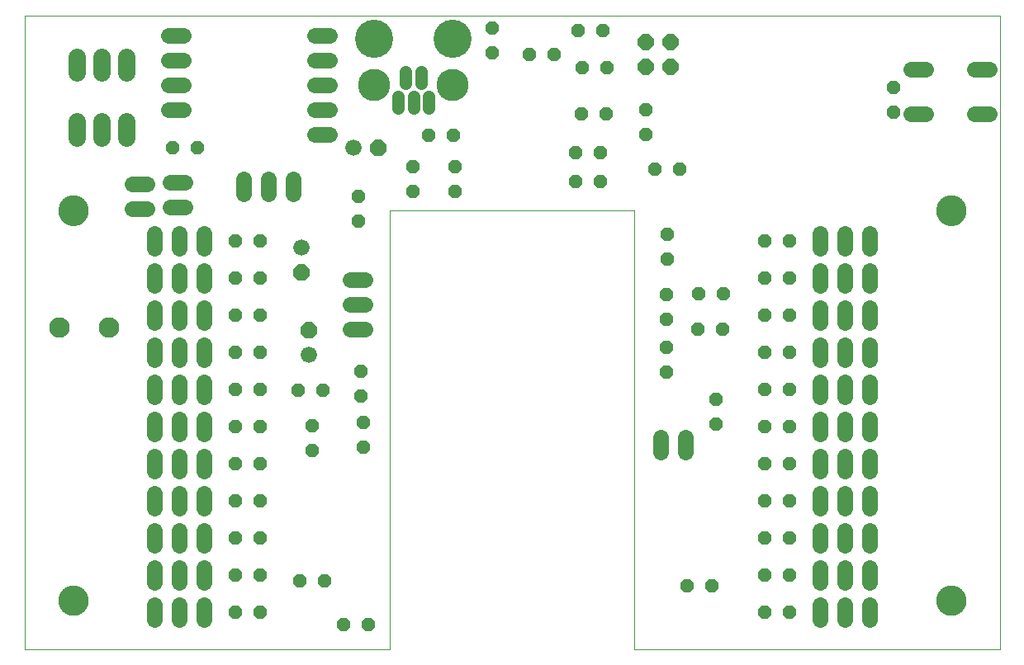
<source format=gbs>
G75*
%MOIN*%
%OFA0B0*%
%FSLAX25Y25*%
%IPPOS*%
%LPD*%
%AMOC8*
5,1,8,0,0,1.08239X$1,22.5*
%
%ADD10C,0.00000*%
%ADD11OC8,0.05600*%
%ADD12OC8,0.06600*%
%ADD13C,0.06600*%
%ADD14C,0.15400*%
%ADD15C,0.12998*%
%ADD16C,0.05156*%
%ADD17C,0.06400*%
%ADD18C,0.06896*%
%ADD19C,0.08274*%
%ADD20C,0.12211*%
%ADD21OC8,0.06400*%
D10*
X0004000Y0002257D02*
X0151638Y0002257D01*
X0151638Y0179423D01*
X0250063Y0179423D01*
X0250063Y0002257D01*
X0397701Y0002257D01*
X0397701Y0258163D01*
X0004000Y0258163D01*
X0004000Y0002257D01*
X0017779Y0021943D02*
X0017781Y0022096D01*
X0017787Y0022250D01*
X0017797Y0022403D01*
X0017811Y0022555D01*
X0017829Y0022708D01*
X0017851Y0022859D01*
X0017876Y0023010D01*
X0017906Y0023161D01*
X0017940Y0023311D01*
X0017977Y0023459D01*
X0018018Y0023607D01*
X0018063Y0023753D01*
X0018112Y0023899D01*
X0018165Y0024043D01*
X0018221Y0024185D01*
X0018281Y0024326D01*
X0018345Y0024466D01*
X0018412Y0024604D01*
X0018483Y0024740D01*
X0018558Y0024874D01*
X0018635Y0025006D01*
X0018717Y0025136D01*
X0018801Y0025264D01*
X0018889Y0025390D01*
X0018980Y0025513D01*
X0019074Y0025634D01*
X0019172Y0025752D01*
X0019272Y0025868D01*
X0019376Y0025981D01*
X0019482Y0026092D01*
X0019591Y0026200D01*
X0019703Y0026305D01*
X0019817Y0026406D01*
X0019935Y0026505D01*
X0020054Y0026601D01*
X0020176Y0026694D01*
X0020301Y0026783D01*
X0020428Y0026870D01*
X0020557Y0026952D01*
X0020688Y0027032D01*
X0020821Y0027108D01*
X0020956Y0027181D01*
X0021093Y0027250D01*
X0021232Y0027315D01*
X0021372Y0027377D01*
X0021514Y0027435D01*
X0021657Y0027490D01*
X0021802Y0027541D01*
X0021948Y0027588D01*
X0022095Y0027631D01*
X0022243Y0027670D01*
X0022392Y0027706D01*
X0022542Y0027737D01*
X0022693Y0027765D01*
X0022844Y0027789D01*
X0022997Y0027809D01*
X0023149Y0027825D01*
X0023302Y0027837D01*
X0023455Y0027845D01*
X0023608Y0027849D01*
X0023762Y0027849D01*
X0023915Y0027845D01*
X0024068Y0027837D01*
X0024221Y0027825D01*
X0024373Y0027809D01*
X0024526Y0027789D01*
X0024677Y0027765D01*
X0024828Y0027737D01*
X0024978Y0027706D01*
X0025127Y0027670D01*
X0025275Y0027631D01*
X0025422Y0027588D01*
X0025568Y0027541D01*
X0025713Y0027490D01*
X0025856Y0027435D01*
X0025998Y0027377D01*
X0026138Y0027315D01*
X0026277Y0027250D01*
X0026414Y0027181D01*
X0026549Y0027108D01*
X0026682Y0027032D01*
X0026813Y0026952D01*
X0026942Y0026870D01*
X0027069Y0026783D01*
X0027194Y0026694D01*
X0027316Y0026601D01*
X0027435Y0026505D01*
X0027553Y0026406D01*
X0027667Y0026305D01*
X0027779Y0026200D01*
X0027888Y0026092D01*
X0027994Y0025981D01*
X0028098Y0025868D01*
X0028198Y0025752D01*
X0028296Y0025634D01*
X0028390Y0025513D01*
X0028481Y0025390D01*
X0028569Y0025264D01*
X0028653Y0025136D01*
X0028735Y0025006D01*
X0028812Y0024874D01*
X0028887Y0024740D01*
X0028958Y0024604D01*
X0029025Y0024466D01*
X0029089Y0024326D01*
X0029149Y0024185D01*
X0029205Y0024043D01*
X0029258Y0023899D01*
X0029307Y0023753D01*
X0029352Y0023607D01*
X0029393Y0023459D01*
X0029430Y0023311D01*
X0029464Y0023161D01*
X0029494Y0023010D01*
X0029519Y0022859D01*
X0029541Y0022708D01*
X0029559Y0022555D01*
X0029573Y0022403D01*
X0029583Y0022250D01*
X0029589Y0022096D01*
X0029591Y0021943D01*
X0029589Y0021790D01*
X0029583Y0021636D01*
X0029573Y0021483D01*
X0029559Y0021331D01*
X0029541Y0021178D01*
X0029519Y0021027D01*
X0029494Y0020876D01*
X0029464Y0020725D01*
X0029430Y0020575D01*
X0029393Y0020427D01*
X0029352Y0020279D01*
X0029307Y0020133D01*
X0029258Y0019987D01*
X0029205Y0019843D01*
X0029149Y0019701D01*
X0029089Y0019560D01*
X0029025Y0019420D01*
X0028958Y0019282D01*
X0028887Y0019146D01*
X0028812Y0019012D01*
X0028735Y0018880D01*
X0028653Y0018750D01*
X0028569Y0018622D01*
X0028481Y0018496D01*
X0028390Y0018373D01*
X0028296Y0018252D01*
X0028198Y0018134D01*
X0028098Y0018018D01*
X0027994Y0017905D01*
X0027888Y0017794D01*
X0027779Y0017686D01*
X0027667Y0017581D01*
X0027553Y0017480D01*
X0027435Y0017381D01*
X0027316Y0017285D01*
X0027194Y0017192D01*
X0027069Y0017103D01*
X0026942Y0017016D01*
X0026813Y0016934D01*
X0026682Y0016854D01*
X0026549Y0016778D01*
X0026414Y0016705D01*
X0026277Y0016636D01*
X0026138Y0016571D01*
X0025998Y0016509D01*
X0025856Y0016451D01*
X0025713Y0016396D01*
X0025568Y0016345D01*
X0025422Y0016298D01*
X0025275Y0016255D01*
X0025127Y0016216D01*
X0024978Y0016180D01*
X0024828Y0016149D01*
X0024677Y0016121D01*
X0024526Y0016097D01*
X0024373Y0016077D01*
X0024221Y0016061D01*
X0024068Y0016049D01*
X0023915Y0016041D01*
X0023762Y0016037D01*
X0023608Y0016037D01*
X0023455Y0016041D01*
X0023302Y0016049D01*
X0023149Y0016061D01*
X0022997Y0016077D01*
X0022844Y0016097D01*
X0022693Y0016121D01*
X0022542Y0016149D01*
X0022392Y0016180D01*
X0022243Y0016216D01*
X0022095Y0016255D01*
X0021948Y0016298D01*
X0021802Y0016345D01*
X0021657Y0016396D01*
X0021514Y0016451D01*
X0021372Y0016509D01*
X0021232Y0016571D01*
X0021093Y0016636D01*
X0020956Y0016705D01*
X0020821Y0016778D01*
X0020688Y0016854D01*
X0020557Y0016934D01*
X0020428Y0017016D01*
X0020301Y0017103D01*
X0020176Y0017192D01*
X0020054Y0017285D01*
X0019935Y0017381D01*
X0019817Y0017480D01*
X0019703Y0017581D01*
X0019591Y0017686D01*
X0019482Y0017794D01*
X0019376Y0017905D01*
X0019272Y0018018D01*
X0019172Y0018134D01*
X0019074Y0018252D01*
X0018980Y0018373D01*
X0018889Y0018496D01*
X0018801Y0018622D01*
X0018717Y0018750D01*
X0018635Y0018880D01*
X0018558Y0019012D01*
X0018483Y0019146D01*
X0018412Y0019282D01*
X0018345Y0019420D01*
X0018281Y0019560D01*
X0018221Y0019701D01*
X0018165Y0019843D01*
X0018112Y0019987D01*
X0018063Y0020133D01*
X0018018Y0020279D01*
X0017977Y0020427D01*
X0017940Y0020575D01*
X0017906Y0020725D01*
X0017876Y0020876D01*
X0017851Y0021027D01*
X0017829Y0021178D01*
X0017811Y0021331D01*
X0017797Y0021483D01*
X0017787Y0021636D01*
X0017781Y0021790D01*
X0017779Y0021943D01*
X0017779Y0179423D02*
X0017781Y0179576D01*
X0017787Y0179730D01*
X0017797Y0179883D01*
X0017811Y0180035D01*
X0017829Y0180188D01*
X0017851Y0180339D01*
X0017876Y0180490D01*
X0017906Y0180641D01*
X0017940Y0180791D01*
X0017977Y0180939D01*
X0018018Y0181087D01*
X0018063Y0181233D01*
X0018112Y0181379D01*
X0018165Y0181523D01*
X0018221Y0181665D01*
X0018281Y0181806D01*
X0018345Y0181946D01*
X0018412Y0182084D01*
X0018483Y0182220D01*
X0018558Y0182354D01*
X0018635Y0182486D01*
X0018717Y0182616D01*
X0018801Y0182744D01*
X0018889Y0182870D01*
X0018980Y0182993D01*
X0019074Y0183114D01*
X0019172Y0183232D01*
X0019272Y0183348D01*
X0019376Y0183461D01*
X0019482Y0183572D01*
X0019591Y0183680D01*
X0019703Y0183785D01*
X0019817Y0183886D01*
X0019935Y0183985D01*
X0020054Y0184081D01*
X0020176Y0184174D01*
X0020301Y0184263D01*
X0020428Y0184350D01*
X0020557Y0184432D01*
X0020688Y0184512D01*
X0020821Y0184588D01*
X0020956Y0184661D01*
X0021093Y0184730D01*
X0021232Y0184795D01*
X0021372Y0184857D01*
X0021514Y0184915D01*
X0021657Y0184970D01*
X0021802Y0185021D01*
X0021948Y0185068D01*
X0022095Y0185111D01*
X0022243Y0185150D01*
X0022392Y0185186D01*
X0022542Y0185217D01*
X0022693Y0185245D01*
X0022844Y0185269D01*
X0022997Y0185289D01*
X0023149Y0185305D01*
X0023302Y0185317D01*
X0023455Y0185325D01*
X0023608Y0185329D01*
X0023762Y0185329D01*
X0023915Y0185325D01*
X0024068Y0185317D01*
X0024221Y0185305D01*
X0024373Y0185289D01*
X0024526Y0185269D01*
X0024677Y0185245D01*
X0024828Y0185217D01*
X0024978Y0185186D01*
X0025127Y0185150D01*
X0025275Y0185111D01*
X0025422Y0185068D01*
X0025568Y0185021D01*
X0025713Y0184970D01*
X0025856Y0184915D01*
X0025998Y0184857D01*
X0026138Y0184795D01*
X0026277Y0184730D01*
X0026414Y0184661D01*
X0026549Y0184588D01*
X0026682Y0184512D01*
X0026813Y0184432D01*
X0026942Y0184350D01*
X0027069Y0184263D01*
X0027194Y0184174D01*
X0027316Y0184081D01*
X0027435Y0183985D01*
X0027553Y0183886D01*
X0027667Y0183785D01*
X0027779Y0183680D01*
X0027888Y0183572D01*
X0027994Y0183461D01*
X0028098Y0183348D01*
X0028198Y0183232D01*
X0028296Y0183114D01*
X0028390Y0182993D01*
X0028481Y0182870D01*
X0028569Y0182744D01*
X0028653Y0182616D01*
X0028735Y0182486D01*
X0028812Y0182354D01*
X0028887Y0182220D01*
X0028958Y0182084D01*
X0029025Y0181946D01*
X0029089Y0181806D01*
X0029149Y0181665D01*
X0029205Y0181523D01*
X0029258Y0181379D01*
X0029307Y0181233D01*
X0029352Y0181087D01*
X0029393Y0180939D01*
X0029430Y0180791D01*
X0029464Y0180641D01*
X0029494Y0180490D01*
X0029519Y0180339D01*
X0029541Y0180188D01*
X0029559Y0180035D01*
X0029573Y0179883D01*
X0029583Y0179730D01*
X0029589Y0179576D01*
X0029591Y0179423D01*
X0029589Y0179270D01*
X0029583Y0179116D01*
X0029573Y0178963D01*
X0029559Y0178811D01*
X0029541Y0178658D01*
X0029519Y0178507D01*
X0029494Y0178356D01*
X0029464Y0178205D01*
X0029430Y0178055D01*
X0029393Y0177907D01*
X0029352Y0177759D01*
X0029307Y0177613D01*
X0029258Y0177467D01*
X0029205Y0177323D01*
X0029149Y0177181D01*
X0029089Y0177040D01*
X0029025Y0176900D01*
X0028958Y0176762D01*
X0028887Y0176626D01*
X0028812Y0176492D01*
X0028735Y0176360D01*
X0028653Y0176230D01*
X0028569Y0176102D01*
X0028481Y0175976D01*
X0028390Y0175853D01*
X0028296Y0175732D01*
X0028198Y0175614D01*
X0028098Y0175498D01*
X0027994Y0175385D01*
X0027888Y0175274D01*
X0027779Y0175166D01*
X0027667Y0175061D01*
X0027553Y0174960D01*
X0027435Y0174861D01*
X0027316Y0174765D01*
X0027194Y0174672D01*
X0027069Y0174583D01*
X0026942Y0174496D01*
X0026813Y0174414D01*
X0026682Y0174334D01*
X0026549Y0174258D01*
X0026414Y0174185D01*
X0026277Y0174116D01*
X0026138Y0174051D01*
X0025998Y0173989D01*
X0025856Y0173931D01*
X0025713Y0173876D01*
X0025568Y0173825D01*
X0025422Y0173778D01*
X0025275Y0173735D01*
X0025127Y0173696D01*
X0024978Y0173660D01*
X0024828Y0173629D01*
X0024677Y0173601D01*
X0024526Y0173577D01*
X0024373Y0173557D01*
X0024221Y0173541D01*
X0024068Y0173529D01*
X0023915Y0173521D01*
X0023762Y0173517D01*
X0023608Y0173517D01*
X0023455Y0173521D01*
X0023302Y0173529D01*
X0023149Y0173541D01*
X0022997Y0173557D01*
X0022844Y0173577D01*
X0022693Y0173601D01*
X0022542Y0173629D01*
X0022392Y0173660D01*
X0022243Y0173696D01*
X0022095Y0173735D01*
X0021948Y0173778D01*
X0021802Y0173825D01*
X0021657Y0173876D01*
X0021514Y0173931D01*
X0021372Y0173989D01*
X0021232Y0174051D01*
X0021093Y0174116D01*
X0020956Y0174185D01*
X0020821Y0174258D01*
X0020688Y0174334D01*
X0020557Y0174414D01*
X0020428Y0174496D01*
X0020301Y0174583D01*
X0020176Y0174672D01*
X0020054Y0174765D01*
X0019935Y0174861D01*
X0019817Y0174960D01*
X0019703Y0175061D01*
X0019591Y0175166D01*
X0019482Y0175274D01*
X0019376Y0175385D01*
X0019272Y0175498D01*
X0019172Y0175614D01*
X0019074Y0175732D01*
X0018980Y0175853D01*
X0018889Y0175976D01*
X0018801Y0176102D01*
X0018717Y0176230D01*
X0018635Y0176360D01*
X0018558Y0176492D01*
X0018483Y0176626D01*
X0018412Y0176762D01*
X0018345Y0176900D01*
X0018281Y0177040D01*
X0018221Y0177181D01*
X0018165Y0177323D01*
X0018112Y0177467D01*
X0018063Y0177613D01*
X0018018Y0177759D01*
X0017977Y0177907D01*
X0017940Y0178055D01*
X0017906Y0178205D01*
X0017876Y0178356D01*
X0017851Y0178507D01*
X0017829Y0178658D01*
X0017811Y0178811D01*
X0017797Y0178963D01*
X0017787Y0179116D01*
X0017781Y0179270D01*
X0017779Y0179423D01*
X0372110Y0179423D02*
X0372112Y0179576D01*
X0372118Y0179730D01*
X0372128Y0179883D01*
X0372142Y0180035D01*
X0372160Y0180188D01*
X0372182Y0180339D01*
X0372207Y0180490D01*
X0372237Y0180641D01*
X0372271Y0180791D01*
X0372308Y0180939D01*
X0372349Y0181087D01*
X0372394Y0181233D01*
X0372443Y0181379D01*
X0372496Y0181523D01*
X0372552Y0181665D01*
X0372612Y0181806D01*
X0372676Y0181946D01*
X0372743Y0182084D01*
X0372814Y0182220D01*
X0372889Y0182354D01*
X0372966Y0182486D01*
X0373048Y0182616D01*
X0373132Y0182744D01*
X0373220Y0182870D01*
X0373311Y0182993D01*
X0373405Y0183114D01*
X0373503Y0183232D01*
X0373603Y0183348D01*
X0373707Y0183461D01*
X0373813Y0183572D01*
X0373922Y0183680D01*
X0374034Y0183785D01*
X0374148Y0183886D01*
X0374266Y0183985D01*
X0374385Y0184081D01*
X0374507Y0184174D01*
X0374632Y0184263D01*
X0374759Y0184350D01*
X0374888Y0184432D01*
X0375019Y0184512D01*
X0375152Y0184588D01*
X0375287Y0184661D01*
X0375424Y0184730D01*
X0375563Y0184795D01*
X0375703Y0184857D01*
X0375845Y0184915D01*
X0375988Y0184970D01*
X0376133Y0185021D01*
X0376279Y0185068D01*
X0376426Y0185111D01*
X0376574Y0185150D01*
X0376723Y0185186D01*
X0376873Y0185217D01*
X0377024Y0185245D01*
X0377175Y0185269D01*
X0377328Y0185289D01*
X0377480Y0185305D01*
X0377633Y0185317D01*
X0377786Y0185325D01*
X0377939Y0185329D01*
X0378093Y0185329D01*
X0378246Y0185325D01*
X0378399Y0185317D01*
X0378552Y0185305D01*
X0378704Y0185289D01*
X0378857Y0185269D01*
X0379008Y0185245D01*
X0379159Y0185217D01*
X0379309Y0185186D01*
X0379458Y0185150D01*
X0379606Y0185111D01*
X0379753Y0185068D01*
X0379899Y0185021D01*
X0380044Y0184970D01*
X0380187Y0184915D01*
X0380329Y0184857D01*
X0380469Y0184795D01*
X0380608Y0184730D01*
X0380745Y0184661D01*
X0380880Y0184588D01*
X0381013Y0184512D01*
X0381144Y0184432D01*
X0381273Y0184350D01*
X0381400Y0184263D01*
X0381525Y0184174D01*
X0381647Y0184081D01*
X0381766Y0183985D01*
X0381884Y0183886D01*
X0381998Y0183785D01*
X0382110Y0183680D01*
X0382219Y0183572D01*
X0382325Y0183461D01*
X0382429Y0183348D01*
X0382529Y0183232D01*
X0382627Y0183114D01*
X0382721Y0182993D01*
X0382812Y0182870D01*
X0382900Y0182744D01*
X0382984Y0182616D01*
X0383066Y0182486D01*
X0383143Y0182354D01*
X0383218Y0182220D01*
X0383289Y0182084D01*
X0383356Y0181946D01*
X0383420Y0181806D01*
X0383480Y0181665D01*
X0383536Y0181523D01*
X0383589Y0181379D01*
X0383638Y0181233D01*
X0383683Y0181087D01*
X0383724Y0180939D01*
X0383761Y0180791D01*
X0383795Y0180641D01*
X0383825Y0180490D01*
X0383850Y0180339D01*
X0383872Y0180188D01*
X0383890Y0180035D01*
X0383904Y0179883D01*
X0383914Y0179730D01*
X0383920Y0179576D01*
X0383922Y0179423D01*
X0383920Y0179270D01*
X0383914Y0179116D01*
X0383904Y0178963D01*
X0383890Y0178811D01*
X0383872Y0178658D01*
X0383850Y0178507D01*
X0383825Y0178356D01*
X0383795Y0178205D01*
X0383761Y0178055D01*
X0383724Y0177907D01*
X0383683Y0177759D01*
X0383638Y0177613D01*
X0383589Y0177467D01*
X0383536Y0177323D01*
X0383480Y0177181D01*
X0383420Y0177040D01*
X0383356Y0176900D01*
X0383289Y0176762D01*
X0383218Y0176626D01*
X0383143Y0176492D01*
X0383066Y0176360D01*
X0382984Y0176230D01*
X0382900Y0176102D01*
X0382812Y0175976D01*
X0382721Y0175853D01*
X0382627Y0175732D01*
X0382529Y0175614D01*
X0382429Y0175498D01*
X0382325Y0175385D01*
X0382219Y0175274D01*
X0382110Y0175166D01*
X0381998Y0175061D01*
X0381884Y0174960D01*
X0381766Y0174861D01*
X0381647Y0174765D01*
X0381525Y0174672D01*
X0381400Y0174583D01*
X0381273Y0174496D01*
X0381144Y0174414D01*
X0381013Y0174334D01*
X0380880Y0174258D01*
X0380745Y0174185D01*
X0380608Y0174116D01*
X0380469Y0174051D01*
X0380329Y0173989D01*
X0380187Y0173931D01*
X0380044Y0173876D01*
X0379899Y0173825D01*
X0379753Y0173778D01*
X0379606Y0173735D01*
X0379458Y0173696D01*
X0379309Y0173660D01*
X0379159Y0173629D01*
X0379008Y0173601D01*
X0378857Y0173577D01*
X0378704Y0173557D01*
X0378552Y0173541D01*
X0378399Y0173529D01*
X0378246Y0173521D01*
X0378093Y0173517D01*
X0377939Y0173517D01*
X0377786Y0173521D01*
X0377633Y0173529D01*
X0377480Y0173541D01*
X0377328Y0173557D01*
X0377175Y0173577D01*
X0377024Y0173601D01*
X0376873Y0173629D01*
X0376723Y0173660D01*
X0376574Y0173696D01*
X0376426Y0173735D01*
X0376279Y0173778D01*
X0376133Y0173825D01*
X0375988Y0173876D01*
X0375845Y0173931D01*
X0375703Y0173989D01*
X0375563Y0174051D01*
X0375424Y0174116D01*
X0375287Y0174185D01*
X0375152Y0174258D01*
X0375019Y0174334D01*
X0374888Y0174414D01*
X0374759Y0174496D01*
X0374632Y0174583D01*
X0374507Y0174672D01*
X0374385Y0174765D01*
X0374266Y0174861D01*
X0374148Y0174960D01*
X0374034Y0175061D01*
X0373922Y0175166D01*
X0373813Y0175274D01*
X0373707Y0175385D01*
X0373603Y0175498D01*
X0373503Y0175614D01*
X0373405Y0175732D01*
X0373311Y0175853D01*
X0373220Y0175976D01*
X0373132Y0176102D01*
X0373048Y0176230D01*
X0372966Y0176360D01*
X0372889Y0176492D01*
X0372814Y0176626D01*
X0372743Y0176762D01*
X0372676Y0176900D01*
X0372612Y0177040D01*
X0372552Y0177181D01*
X0372496Y0177323D01*
X0372443Y0177467D01*
X0372394Y0177613D01*
X0372349Y0177759D01*
X0372308Y0177907D01*
X0372271Y0178055D01*
X0372237Y0178205D01*
X0372207Y0178356D01*
X0372182Y0178507D01*
X0372160Y0178658D01*
X0372142Y0178811D01*
X0372128Y0178963D01*
X0372118Y0179116D01*
X0372112Y0179270D01*
X0372110Y0179423D01*
X0372110Y0021943D02*
X0372112Y0022096D01*
X0372118Y0022250D01*
X0372128Y0022403D01*
X0372142Y0022555D01*
X0372160Y0022708D01*
X0372182Y0022859D01*
X0372207Y0023010D01*
X0372237Y0023161D01*
X0372271Y0023311D01*
X0372308Y0023459D01*
X0372349Y0023607D01*
X0372394Y0023753D01*
X0372443Y0023899D01*
X0372496Y0024043D01*
X0372552Y0024185D01*
X0372612Y0024326D01*
X0372676Y0024466D01*
X0372743Y0024604D01*
X0372814Y0024740D01*
X0372889Y0024874D01*
X0372966Y0025006D01*
X0373048Y0025136D01*
X0373132Y0025264D01*
X0373220Y0025390D01*
X0373311Y0025513D01*
X0373405Y0025634D01*
X0373503Y0025752D01*
X0373603Y0025868D01*
X0373707Y0025981D01*
X0373813Y0026092D01*
X0373922Y0026200D01*
X0374034Y0026305D01*
X0374148Y0026406D01*
X0374266Y0026505D01*
X0374385Y0026601D01*
X0374507Y0026694D01*
X0374632Y0026783D01*
X0374759Y0026870D01*
X0374888Y0026952D01*
X0375019Y0027032D01*
X0375152Y0027108D01*
X0375287Y0027181D01*
X0375424Y0027250D01*
X0375563Y0027315D01*
X0375703Y0027377D01*
X0375845Y0027435D01*
X0375988Y0027490D01*
X0376133Y0027541D01*
X0376279Y0027588D01*
X0376426Y0027631D01*
X0376574Y0027670D01*
X0376723Y0027706D01*
X0376873Y0027737D01*
X0377024Y0027765D01*
X0377175Y0027789D01*
X0377328Y0027809D01*
X0377480Y0027825D01*
X0377633Y0027837D01*
X0377786Y0027845D01*
X0377939Y0027849D01*
X0378093Y0027849D01*
X0378246Y0027845D01*
X0378399Y0027837D01*
X0378552Y0027825D01*
X0378704Y0027809D01*
X0378857Y0027789D01*
X0379008Y0027765D01*
X0379159Y0027737D01*
X0379309Y0027706D01*
X0379458Y0027670D01*
X0379606Y0027631D01*
X0379753Y0027588D01*
X0379899Y0027541D01*
X0380044Y0027490D01*
X0380187Y0027435D01*
X0380329Y0027377D01*
X0380469Y0027315D01*
X0380608Y0027250D01*
X0380745Y0027181D01*
X0380880Y0027108D01*
X0381013Y0027032D01*
X0381144Y0026952D01*
X0381273Y0026870D01*
X0381400Y0026783D01*
X0381525Y0026694D01*
X0381647Y0026601D01*
X0381766Y0026505D01*
X0381884Y0026406D01*
X0381998Y0026305D01*
X0382110Y0026200D01*
X0382219Y0026092D01*
X0382325Y0025981D01*
X0382429Y0025868D01*
X0382529Y0025752D01*
X0382627Y0025634D01*
X0382721Y0025513D01*
X0382812Y0025390D01*
X0382900Y0025264D01*
X0382984Y0025136D01*
X0383066Y0025006D01*
X0383143Y0024874D01*
X0383218Y0024740D01*
X0383289Y0024604D01*
X0383356Y0024466D01*
X0383420Y0024326D01*
X0383480Y0024185D01*
X0383536Y0024043D01*
X0383589Y0023899D01*
X0383638Y0023753D01*
X0383683Y0023607D01*
X0383724Y0023459D01*
X0383761Y0023311D01*
X0383795Y0023161D01*
X0383825Y0023010D01*
X0383850Y0022859D01*
X0383872Y0022708D01*
X0383890Y0022555D01*
X0383904Y0022403D01*
X0383914Y0022250D01*
X0383920Y0022096D01*
X0383922Y0021943D01*
X0383920Y0021790D01*
X0383914Y0021636D01*
X0383904Y0021483D01*
X0383890Y0021331D01*
X0383872Y0021178D01*
X0383850Y0021027D01*
X0383825Y0020876D01*
X0383795Y0020725D01*
X0383761Y0020575D01*
X0383724Y0020427D01*
X0383683Y0020279D01*
X0383638Y0020133D01*
X0383589Y0019987D01*
X0383536Y0019843D01*
X0383480Y0019701D01*
X0383420Y0019560D01*
X0383356Y0019420D01*
X0383289Y0019282D01*
X0383218Y0019146D01*
X0383143Y0019012D01*
X0383066Y0018880D01*
X0382984Y0018750D01*
X0382900Y0018622D01*
X0382812Y0018496D01*
X0382721Y0018373D01*
X0382627Y0018252D01*
X0382529Y0018134D01*
X0382429Y0018018D01*
X0382325Y0017905D01*
X0382219Y0017794D01*
X0382110Y0017686D01*
X0381998Y0017581D01*
X0381884Y0017480D01*
X0381766Y0017381D01*
X0381647Y0017285D01*
X0381525Y0017192D01*
X0381400Y0017103D01*
X0381273Y0017016D01*
X0381144Y0016934D01*
X0381013Y0016854D01*
X0380880Y0016778D01*
X0380745Y0016705D01*
X0380608Y0016636D01*
X0380469Y0016571D01*
X0380329Y0016509D01*
X0380187Y0016451D01*
X0380044Y0016396D01*
X0379899Y0016345D01*
X0379753Y0016298D01*
X0379606Y0016255D01*
X0379458Y0016216D01*
X0379309Y0016180D01*
X0379159Y0016149D01*
X0379008Y0016121D01*
X0378857Y0016097D01*
X0378704Y0016077D01*
X0378552Y0016061D01*
X0378399Y0016049D01*
X0378246Y0016041D01*
X0378093Y0016037D01*
X0377939Y0016037D01*
X0377786Y0016041D01*
X0377633Y0016049D01*
X0377480Y0016061D01*
X0377328Y0016077D01*
X0377175Y0016097D01*
X0377024Y0016121D01*
X0376873Y0016149D01*
X0376723Y0016180D01*
X0376574Y0016216D01*
X0376426Y0016255D01*
X0376279Y0016298D01*
X0376133Y0016345D01*
X0375988Y0016396D01*
X0375845Y0016451D01*
X0375703Y0016509D01*
X0375563Y0016571D01*
X0375424Y0016636D01*
X0375287Y0016705D01*
X0375152Y0016778D01*
X0375019Y0016854D01*
X0374888Y0016934D01*
X0374759Y0017016D01*
X0374632Y0017103D01*
X0374507Y0017192D01*
X0374385Y0017285D01*
X0374266Y0017381D01*
X0374148Y0017480D01*
X0374034Y0017581D01*
X0373922Y0017686D01*
X0373813Y0017794D01*
X0373707Y0017905D01*
X0373603Y0018018D01*
X0373503Y0018134D01*
X0373405Y0018252D01*
X0373311Y0018373D01*
X0373220Y0018496D01*
X0373132Y0018622D01*
X0373048Y0018750D01*
X0372966Y0018880D01*
X0372889Y0019012D01*
X0372814Y0019146D01*
X0372743Y0019282D01*
X0372676Y0019420D01*
X0372612Y0019560D01*
X0372552Y0019701D01*
X0372496Y0019843D01*
X0372443Y0019987D01*
X0372394Y0020133D01*
X0372349Y0020279D01*
X0372308Y0020427D01*
X0372271Y0020575D01*
X0372237Y0020725D01*
X0372207Y0020876D01*
X0372182Y0021027D01*
X0372160Y0021178D01*
X0372142Y0021331D01*
X0372128Y0021483D01*
X0372118Y0021636D01*
X0372112Y0021790D01*
X0372110Y0021943D01*
D11*
X0312701Y0017257D03*
X0302701Y0017257D03*
X0302701Y0032257D03*
X0312701Y0032257D03*
X0312701Y0047257D03*
X0302701Y0047257D03*
X0302701Y0062257D03*
X0312701Y0062257D03*
X0312701Y0077257D03*
X0302701Y0077257D03*
X0302701Y0092257D03*
X0312701Y0092257D03*
X0312701Y0107257D03*
X0302701Y0107257D03*
X0283000Y0103320D03*
X0283000Y0093320D03*
X0263031Y0114352D03*
X0263031Y0124352D03*
X0263110Y0135580D03*
X0263110Y0145580D03*
X0276181Y0145998D03*
X0286181Y0145998D03*
X0302701Y0152257D03*
X0312701Y0152257D03*
X0312701Y0137257D03*
X0302701Y0137257D03*
X0285732Y0131446D03*
X0275732Y0131446D03*
X0302701Y0122257D03*
X0312701Y0122257D03*
X0263331Y0159832D03*
X0263331Y0169832D03*
X0236535Y0191273D03*
X0226535Y0191273D03*
X0226535Y0202927D03*
X0236535Y0202927D03*
X0254969Y0210289D03*
X0254969Y0220289D03*
X0238882Y0218478D03*
X0228882Y0218478D03*
X0229000Y0237257D03*
X0239000Y0237257D03*
X0237346Y0252257D03*
X0227346Y0252257D03*
X0217661Y0242415D03*
X0207661Y0242415D03*
X0192976Y0243320D03*
X0192976Y0253320D03*
X0177205Y0209691D03*
X0167205Y0209691D03*
X0160961Y0197116D03*
X0160961Y0187116D03*
X0177898Y0187116D03*
X0177898Y0197116D03*
X0138961Y0185313D03*
X0138961Y0175313D03*
X0099000Y0167257D03*
X0089000Y0167257D03*
X0089000Y0152257D03*
X0099000Y0152257D03*
X0099000Y0137257D03*
X0089000Y0137257D03*
X0089000Y0122257D03*
X0099000Y0122257D03*
X0099000Y0107257D03*
X0089000Y0107257D03*
X0089000Y0092257D03*
X0099000Y0092257D03*
X0114551Y0106761D03*
X0124551Y0106761D03*
X0139685Y0104604D03*
X0139685Y0114604D03*
X0140811Y0093872D03*
X0140811Y0083872D03*
X0120094Y0082478D03*
X0120094Y0092478D03*
X0099000Y0077257D03*
X0089000Y0077257D03*
X0089000Y0062257D03*
X0099000Y0062257D03*
X0099000Y0047257D03*
X0089000Y0047257D03*
X0089000Y0032257D03*
X0099000Y0032257D03*
X0115142Y0029817D03*
X0125142Y0029817D03*
X0132858Y0012100D03*
X0142858Y0012100D03*
X0099000Y0017257D03*
X0089000Y0017257D03*
X0271638Y0027848D03*
X0281638Y0027848D03*
X0302701Y0167257D03*
X0312701Y0167257D03*
X0268425Y0196061D03*
X0258425Y0196061D03*
X0354906Y0219163D03*
X0354906Y0229163D03*
X0073961Y0205013D03*
X0063961Y0205013D03*
D12*
X0115850Y0154502D03*
X0118803Y0131234D03*
X0146795Y0205013D03*
D13*
X0136795Y0205013D03*
X0115850Y0164502D03*
X0118803Y0121234D03*
D14*
X0145252Y0248809D03*
X0176748Y0248809D03*
D15*
X0176748Y0230305D03*
X0145252Y0230305D03*
D16*
X0154701Y0225580D02*
X0154701Y0220824D01*
X0161000Y0220824D02*
X0161000Y0225580D01*
X0167299Y0225580D02*
X0167299Y0220824D01*
X0164150Y0230698D02*
X0164150Y0235454D01*
X0157850Y0235454D02*
X0157850Y0230698D01*
D17*
X0127063Y0230163D02*
X0121063Y0230163D01*
X0121063Y0240163D02*
X0127063Y0240163D01*
X0127063Y0250163D02*
X0121063Y0250163D01*
X0121063Y0220163D02*
X0127063Y0220163D01*
X0127063Y0210163D02*
X0121063Y0210163D01*
X0112425Y0192108D02*
X0112425Y0186108D01*
X0102425Y0186108D02*
X0102425Y0192108D01*
X0092425Y0192108D02*
X0092425Y0186108D01*
X0076500Y0170257D02*
X0076500Y0164257D01*
X0066500Y0164257D02*
X0066500Y0170257D01*
X0056500Y0170257D02*
X0056500Y0164257D01*
X0056500Y0155257D02*
X0056500Y0149257D01*
X0066500Y0149257D02*
X0066500Y0155257D01*
X0076500Y0155257D02*
X0076500Y0149257D01*
X0076500Y0140257D02*
X0076500Y0134257D01*
X0076500Y0125257D02*
X0076500Y0119257D01*
X0066500Y0119257D02*
X0066500Y0125257D01*
X0056500Y0125257D02*
X0056500Y0119257D01*
X0056500Y0110257D02*
X0056500Y0104257D01*
X0066500Y0104257D02*
X0066500Y0110257D01*
X0076500Y0110257D02*
X0076500Y0104257D01*
X0076500Y0095257D02*
X0076500Y0089257D01*
X0066500Y0089257D02*
X0066500Y0095257D01*
X0056500Y0095257D02*
X0056500Y0089257D01*
X0056500Y0080257D02*
X0056500Y0074257D01*
X0066500Y0074257D02*
X0066500Y0080257D01*
X0076500Y0080257D02*
X0076500Y0074257D01*
X0076500Y0065257D02*
X0076500Y0059257D01*
X0066500Y0059257D02*
X0066500Y0065257D01*
X0056500Y0065257D02*
X0056500Y0059257D01*
X0056500Y0050257D02*
X0056500Y0044257D01*
X0066500Y0044257D02*
X0066500Y0050257D01*
X0076500Y0050257D02*
X0076500Y0044257D01*
X0076500Y0035257D02*
X0076500Y0029257D01*
X0076500Y0020257D02*
X0076500Y0014257D01*
X0066500Y0014257D02*
X0066500Y0020257D01*
X0056500Y0020257D02*
X0056500Y0014257D01*
X0056500Y0029257D02*
X0056500Y0035257D01*
X0066500Y0035257D02*
X0066500Y0029257D01*
X0135654Y0131659D02*
X0141654Y0131659D01*
X0141654Y0141659D02*
X0135654Y0141659D01*
X0135654Y0151659D02*
X0141654Y0151659D01*
X0068929Y0180722D02*
X0062929Y0180722D01*
X0053346Y0180131D02*
X0047346Y0180131D01*
X0047346Y0190131D02*
X0053346Y0190131D01*
X0062929Y0190722D02*
X0068929Y0190722D01*
X0068063Y0220163D02*
X0062063Y0220163D01*
X0062063Y0230163D02*
X0068063Y0230163D01*
X0068063Y0240163D02*
X0062063Y0240163D01*
X0062063Y0250163D02*
X0068063Y0250163D01*
X0066500Y0140257D02*
X0066500Y0134257D01*
X0056500Y0134257D02*
X0056500Y0140257D01*
X0260811Y0087935D02*
X0260811Y0081935D01*
X0270811Y0081935D02*
X0270811Y0087935D01*
X0325201Y0089257D02*
X0325201Y0095257D01*
X0335201Y0095257D02*
X0335201Y0089257D01*
X0345201Y0089257D02*
X0345201Y0095257D01*
X0345201Y0104257D02*
X0345201Y0110257D01*
X0335201Y0110257D02*
X0335201Y0104257D01*
X0325201Y0104257D02*
X0325201Y0110257D01*
X0325201Y0119257D02*
X0325201Y0125257D01*
X0335201Y0125257D02*
X0335201Y0119257D01*
X0345201Y0119257D02*
X0345201Y0125257D01*
X0345201Y0134257D02*
X0345201Y0140257D01*
X0345201Y0149257D02*
X0345201Y0155257D01*
X0335201Y0155257D02*
X0335201Y0149257D01*
X0325201Y0149257D02*
X0325201Y0155257D01*
X0325201Y0164257D02*
X0325201Y0170257D01*
X0335201Y0170257D02*
X0335201Y0164257D01*
X0345201Y0164257D02*
X0345201Y0170257D01*
X0335201Y0140257D02*
X0335201Y0134257D01*
X0325201Y0134257D02*
X0325201Y0140257D01*
X0325201Y0080257D02*
X0325201Y0074257D01*
X0335201Y0074257D02*
X0335201Y0080257D01*
X0345201Y0080257D02*
X0345201Y0074257D01*
X0345201Y0065257D02*
X0345201Y0059257D01*
X0335201Y0059257D02*
X0335201Y0065257D01*
X0325201Y0065257D02*
X0325201Y0059257D01*
X0325201Y0050257D02*
X0325201Y0044257D01*
X0335201Y0044257D02*
X0335201Y0050257D01*
X0345201Y0050257D02*
X0345201Y0044257D01*
X0345201Y0035257D02*
X0345201Y0029257D01*
X0345201Y0020257D02*
X0345201Y0014257D01*
X0335201Y0014257D02*
X0335201Y0020257D01*
X0325201Y0020257D02*
X0325201Y0014257D01*
X0325201Y0029257D02*
X0325201Y0035257D01*
X0335201Y0035257D02*
X0335201Y0029257D01*
X0361822Y0218578D02*
X0367822Y0218578D01*
X0387422Y0218578D02*
X0393422Y0218578D01*
X0393422Y0236378D02*
X0387422Y0236378D01*
X0367822Y0236378D02*
X0361822Y0236378D01*
D18*
X0045063Y0235072D02*
X0045063Y0241569D01*
X0035063Y0241569D02*
X0035063Y0235072D01*
X0025063Y0235072D02*
X0025063Y0241569D01*
X0025063Y0215506D02*
X0025063Y0209009D01*
X0035063Y0209009D02*
X0035063Y0215506D01*
X0045063Y0215506D02*
X0045063Y0209009D01*
D19*
X0038052Y0132222D03*
X0018052Y0132222D03*
D20*
X0023685Y0179423D03*
X0023685Y0021943D03*
X0378016Y0021943D03*
X0378016Y0179423D03*
D21*
X0264906Y0237415D03*
X0264906Y0247415D03*
X0254906Y0247415D03*
X0254906Y0237415D03*
M02*

</source>
